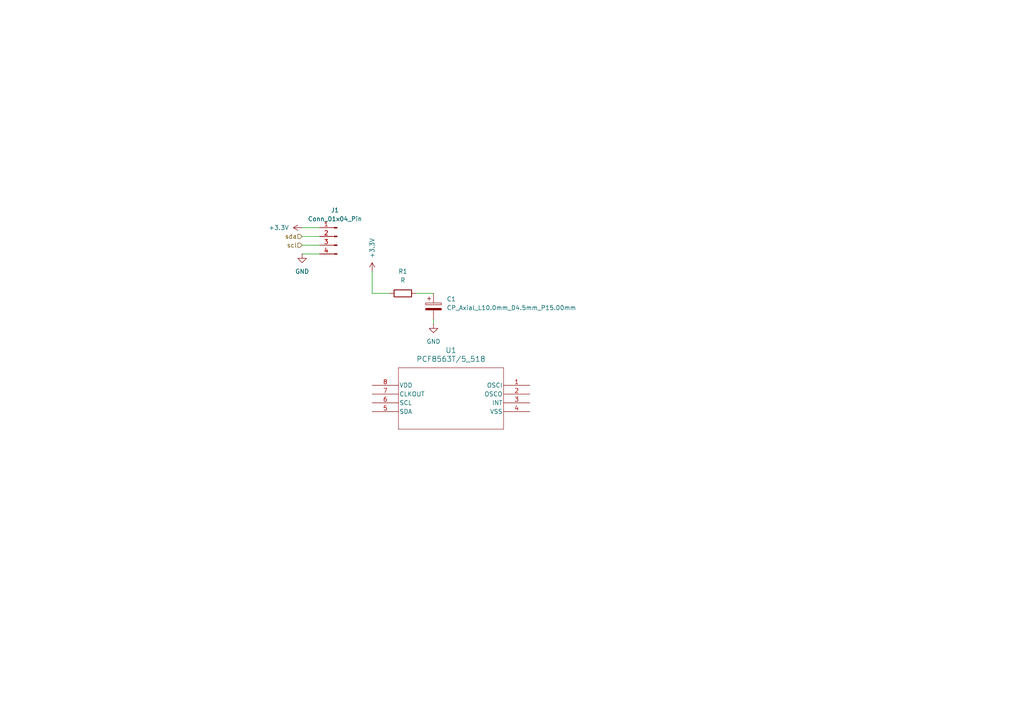
<source format=kicad_sch>
(kicad_sch (version 20250114) (generator "eeschema") (generator_version "9.0")
  (paper "A4")
  (lib_symbols
    (symbol "Connector:Conn_01x04_Pin" (pin_names (offset 1.016) (hide yes))
      (property "Reference" "J" (at 0 5.08 0))
      (property "Value" "Conn_01x04_Pin" (at 0 -7.62 0))
      (symbol "Conn_01x04_Pin_1_1"
        (rectangle (start 0.8636 2.667) (end 0 2.413) (stroke (width 0.1524)) (fill (type outline)))
        (rectangle (start 0.8636 0.127) (end 0 -0.127) (stroke (width 0.1524)) (fill (type outline)))
        (rectangle (start 0.8636 -2.413) (end 0 -2.667) (stroke (width 0.1524)) (fill (type outline)))
        (rectangle (start 0.8636 -4.953) (end 0 -5.207) (stroke (width 0.1524)) (fill (type outline)))
        (polyline (pts (xy 1.27 2.54) (xy 0.8636 2.54)) (stroke (width 0.1524)))
        (polyline (pts (xy 1.27 0) (xy 0.8636 0)) (stroke (width 0.1524)))
        (polyline (pts (xy 1.27 -2.54) (xy 0.8636 -2.54)) (stroke (width 0.1524)))
        (polyline (pts (xy 1.27 -5.08) (xy 0.8636 -5.08)) (stroke (width 0.1524)))
        (pin passive line (at 5.08 2.54 180) (length 3.81) (name "Pin_1") (number "1"))
        (pin passive line (at 5.08 0 180) (length 3.81) (name "Pin_2") (number "2"))
        (pin passive line (at 5.08 -2.54 180) (length 3.81) (name "Pin_3") (number "3"))
        (pin passive line (at 5.08 -5.08 180) (length 3.81) (name "Pin_4") (number "4"))
      )
    )
    (symbol "Device:R" (pin_numbers (hide yes)) (pin_names (offset 0))
      (property "Reference" "R" (at 2.032 0 90))
      (property "Value" "R" (at 0 0 90))
      (symbol "R_0_1"
        (rectangle (start -1.016 -2.54) (end 1.016 2.54) (stroke (width 0.254)))
      )
      (symbol "R_1_1"
        (pin passive line (at 0 3.81 270) (length 1.27) (name "~") (number "1"))
        (pin passive line (at 0 -3.81 90) (length 1.27) (name "~") (number "2"))
      )
    )
    (symbol "PCF8563T_5_518:PCF8563T_5_518" (pin_names (offset 0.254))
      (property "Reference" "U" (at 22.86 10.16 0))
      (property "Value" "PCF8563T/5_518" (at 22.86 7.62 0))
      (symbol "PCF8563T_5_518_0_1"
        (polyline (pts (xy 7.62 5.08) (xy 7.62 -12.7)) (stroke (width 0.127)))
        (polyline (pts (xy 7.62 -12.7) (xy 38.1 -12.7)) (stroke (width 0.127)))
        (polyline (pts (xy 38.1 5.08) (xy 7.62 5.08)) (stroke (width 0.127)))
        (polyline (pts (xy 38.1 -12.7) (xy 38.1 5.08)) (stroke (width 0.127)))
        (pin input line (at 0 0 0) (length 7.62) (name "OSCI") (number "1"))
        (pin output line (at 0 -2.54 0) (length 7.62) (name "OSCO") (number "2"))
        (pin output line (at 0 -5.08 0) (length 7.62) (name "INT") (number "3"))
        (pin power_out line (at 0 -7.62 0) (length 7.62) (name "VSS") (number "4"))
        (pin power_in line (at 45.72 0 180) (length 7.62) (name "VDD") (number "8"))
        (pin output line (at 45.72 -2.54 180) (length 7.62) (name "CLKOUT") (number "7"))
        (pin input line (at 45.72 -5.08 180) (length 7.62) (name "SCL") (number "6"))
        (pin bidirectional line (at 45.72 -7.62 180) (length 7.62) (name "SDA") (number "5"))
      )
    )
    (symbol "PCM_Capacitor_AKL:CP_Axial_L10.0mm_D4.5mm_P15.00mm" (pin_numbers (hide yes)) (pin_names (offset 0.254))
      (property "Reference" "C" (at 0.635 2.54 0))
      (property "Value" "CP_Axial_L10.0mm_D4.5mm_P15.00mm" (at 0.635 -2.54 0))
      (symbol "CP_Axial_L10.0mm_D4.5mm_P15.00mm_0_1"
        (rectangle (start -2.286 1.016) (end 2.286 0.508))
        (polyline (pts (xy -1.778 2.286) (xy -0.762 2.286)))
        (polyline (pts (xy -1.27 2.794) (xy -1.27 1.778)))
        (rectangle (start 2.286 -0.508) (end -2.286 -1.016) (fill (type outline)))
      )
      (symbol "CP_Axial_L10.0mm_D4.5mm_P15.00mm_0_2"
        (polyline (pts (xy -2.54 -2.54) (xy -0.6604 -0.6604)))
        (polyline (pts (xy -1.8796 0.6096) (xy 0.6096 -1.8796) (xy 0.9652 -1.524) (xy -1.524 0.9652) (xy -1.8796 0.6096)) (fill (type outline)))
        (polyline (pts (xy -0.9652 1.524) (xy 1.524 -0.9652) (xy 1.8796 -0.6096) (xy -0.6096 1.8796) (xy -0.9652 1.524)))
        (polyline (pts (xy 0 2.032) (xy 1.016 2.032)))
        (polyline (pts (xy 0.508 2.54) (xy 0.508 1.524)))
        (polyline (pts (xy 0.6604 0.6604) (xy 2.54 2.54)))
      )
      (symbol "CP_Axial_L10.0mm_D4.5mm_P15.00mm_1_1"
        (pin passive line (at 0 3.81 270) (length 2.794) (name "~") (number "1"))
        (pin passive line (at 0 -3.81 90) (length 2.794) (name "~") (number "2"))
      )
      (symbol "CP_Axial_L10.0mm_D4.5mm_P15.00mm_1_2"
        (pin passive line (at -2.54 -2.54 90) (length 0) (name "~") (number "2"))
        (pin passive line (at 2.54 2.54 270) (length 0) (name "~") (number "1"))
      )
    )
    (symbol "power:+3.3V" (power) (pin_numbers (hide yes)) (pin_names (offset 0) (hide yes))
      (property "Value" "+3.3V" (at 0 3.556 0))
      (symbol "+3.3V_0_1"
        (polyline (pts (xy -0.762 1.27) (xy 0 2.54)))
        (polyline (pts (xy 0 2.54) (xy 0.762 1.27)))
        (polyline (pts (xy 0 0) (xy 0 2.54)))
      )
      (symbol "+3.3V_1_1"
        (pin power_in line (at 0 0 90) (length 0) (name "~") (number "1"))
      )
    )
    (symbol "power:GND" (power) (pin_numbers (hide yes)) (pin_names (offset 0) (hide yes))
      (property "Value" "GND" (at 0 -3.81 0))
      (symbol "GND_0_1"
        (polyline (pts (xy 0 0) (xy 0 -1.27) (xy 1.27 -1.27) (xy 0 -2.54) (xy -1.27 -1.27) (xy 0 -1.27)))
      )
      (symbol "GND_1_1"
        (pin power_in line (at 0 0 270) (length 0) (name "~") (number "1"))
      )
    )
  )
  (wire (pts (xy 120.65 85.09) (xy 125.73 85.09)))
  (wire (pts (xy 87.63 73.66) (xy 92.71 73.66)))
  (wire (pts (xy 113.03 85.09) (xy 107.95 85.09)))
  (wire (pts (xy 87.63 71.12) (xy 92.71 71.12)))
  (wire (pts (xy 87.63 66.04) (xy 92.71 66.04)))
  (wire (pts (xy 87.63 68.58) (xy 92.71 68.58)))
  (wire (pts (xy 107.95 85.09) (xy 107.95 78.74)))
  (wire (pts (xy 125.73 92.71) (xy 125.73 93.98)))
  (hierarchical_label "scl" (shape input) (at 87.63 71.12 180))
  (hierarchical_label "sda" (shape input) (at 87.63 68.58 180))
  (symbol (lib_id "power:GND") (at 87.63 73.66 0) (unit 1)
    (property "Reference" "#PWR02" (effects (hide yes)))
    (property "Value" "GND" (at 87.63 78.74 0))
    (property "Description" "Power symbol creates a global label with name \"GND\" , ground" (effects (hide yes)))
  )
  (symbol (lib_id "power:+3.3V") (at 87.63 66.04 90) (unit 1)
    (property "Reference" "#PWR01" (effects (hide yes)))
    (property "Value" "+3.3V" (at 83.82 66.0399 90) (effects (justify left)))
    (property "Description" "Power symbol creates a global label with name \"+3.3V\"" (effects (hide yes)))
  )
  (symbol (lib_id "PCF8563T_5_518:PCF8563T_5_518") (at 153.67 111.76 0) (mirror y) (unit 1)
    (property "Reference" "U1" (at 130.81 101.6 0) (effects (font (size 1.524 1.524))))
    (property "Value" "PCF8563T/5_518" (at 130.81 104.14 0) (effects (font (size 1.524 1.524))))
    (property "Footprint" "U_SO8_NXP" (effects (hide yes)))
    (property "Datasheet" "PCF8563T/5_518" (effects (hide yes)))
  )
  (symbol (lib_id "PCM_Capacitor_AKL:CP_Axial_L10.0mm_D4.5mm_P15.00mm") (at 125.73 88.9 0) (unit 1)
    (property "Reference" "C1" (at 129.54 86.7409 0) (effects (justify left)))
    (property "Value" "CP_Axial_L10.0mm_D4.5mm_P15.00mm" (at 129.54 89.2809 0) (effects (justify left)))
    (property "Footprint" "PCM_Capacitor_THT_AKL:CP_Axial_L10.0mm_D4.5mm_P15.00mm_Horizontal" (effects (hide yes)))
    (property "Description" "THT Axial Electrolytic Capacitor, 10.0mm Length, 4.5mm Diameter, 15.00mm Pitch, European Symbol, Alternate KiCad Library" (effects (hide yes)))
  )
  (symbol (lib_id "power:GND") (at 125.73 93.98 0) (unit 1)
    (property "Reference" "#PWR04" (effects (hide yes)))
    (property "Value" "GND" (at 125.73 99.06 0))
    (property "Description" "Power symbol creates a global label with name \"GND\" , ground" (effects (hide yes)))
  )
  (symbol (lib_id "power:+3.3V") (at 107.95 78.74 0) (unit 1)
    (property "Reference" "#PWR03" (effects (hide yes)))
    (property "Value" "+3.3V" (at 107.9501 74.93 90) (effects (justify left)))
    (property "Description" "Power symbol creates a global label with name \"+3.3V\"" (effects (hide yes)))
  )
  (symbol (lib_id "Connector:Conn_01x04_Pin") (at 97.79 68.58 0) (mirror y) (unit 1)
    (property "Reference" "J1" (at 97.155 60.96 0))
    (property "Value" "Conn_01x04_Pin" (at 97.155 63.5 0))
    (property "Description" "Generic connector, single row, 01x04, script generated" (effects (hide yes)))
  )
  (symbol (lib_id "Device:R") (at 116.84 85.09 90) (unit 1)
    (property "Reference" "R1" (at 116.84 78.74 90))
    (property "Value" "R" (at 116.84 81.28 90))
    (property "Description" "Resistor" (effects (hide yes)))
  )
)
</source>
